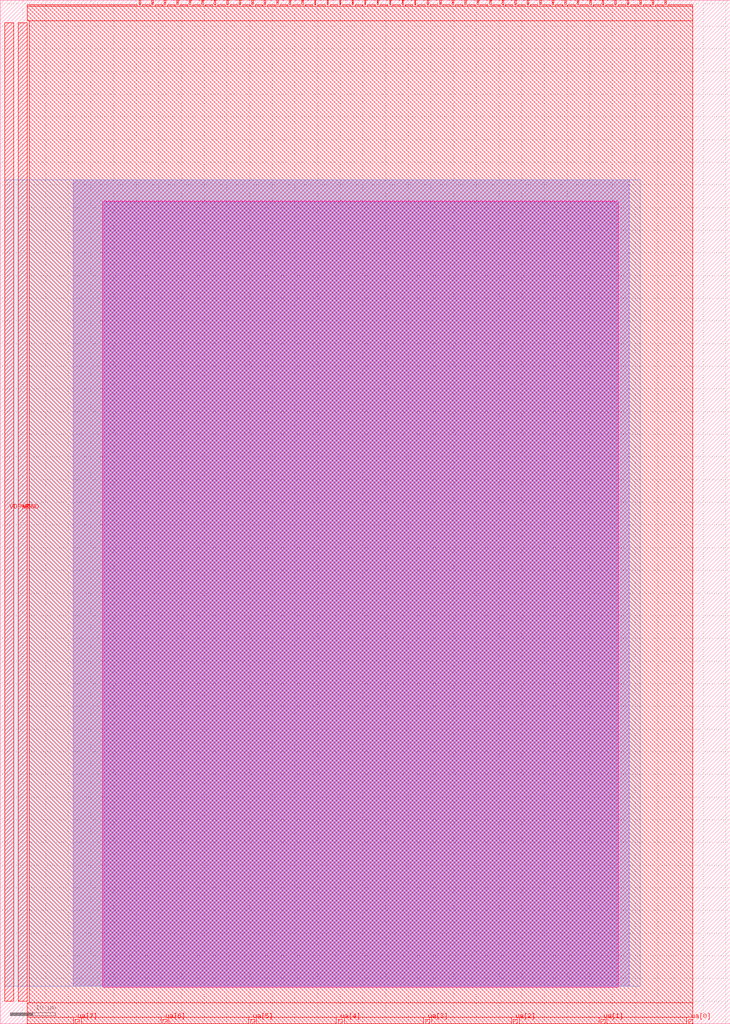
<source format=lef>
VERSION 5.7 ;
  NOWIREEXTENSIONATPIN ON ;
  DIVIDERCHAR "/" ;
  BUSBITCHARS "[]" ;
MACRO tt_um_Onchip_RCO
  CLASS BLOCK ;
  FOREIGN tt_um_Onchip_RCO ;
  ORIGIN 0.000 0.000 ;
  SIZE 161.000 BY 225.760 ;
  PIN clk
    PORT
      LAYER met4 ;
        RECT 143.830 224.760 144.130 225.760 ;
    END
  END clk
  PIN ena
    PORT
      LAYER met4 ;
        RECT 146.590 224.760 146.890 225.760 ;
    END
  END ena
  PIN rst_n
    PORT
      LAYER met4 ;
        RECT 141.070 224.760 141.370 225.760 ;
    END
  END rst_n
  PIN ua[0]
    ANTENNAGATEAREA 4.200000 ;
    PORT
      LAYER met4 ;
        RECT 151.810 0.000 152.710 1.000 ;
    END
  END ua[0]
  PIN ua[2]
    PORT
      LAYER met4 ;
        RECT 113.170 0.000 114.070 1.000 ;
    END
  END ua[2]
  PIN ua[3]
    PORT
      LAYER met4 ;
        RECT 93.850 0.000 94.750 1.000 ;
    END
  END ua[3]
  PIN ua[4]
    PORT
      LAYER met4 ;
        RECT 74.530 0.000 75.430 1.000 ;
    END
  END ua[4]
  PIN ua[5]
    PORT
      LAYER met4 ;
        RECT 55.210 0.000 56.110 1.000 ;
    END
  END ua[5]
  PIN ua[6]
    PORT
      LAYER met4 ;
        RECT 35.890 0.000 36.790 1.000 ;
    END
  END ua[6]
  PIN ua[7]
    PORT
      LAYER met4 ;
        RECT 16.570 0.000 17.470 1.000 ;
    END
  END ua[7]
  PIN ui_in[0]
    ANTENNAGATEAREA 2.100000 ;
    PORT
      LAYER met4 ;
        RECT 138.310 224.760 138.610 225.760 ;
    END
  END ui_in[0]
  PIN ui_in[1]
    PORT
      LAYER met4 ;
        RECT 135.550 224.760 135.850 225.760 ;
    END
  END ui_in[1]
  PIN ui_in[2]
    PORT
      LAYER met4 ;
        RECT 132.790 224.760 133.090 225.760 ;
    END
  END ui_in[2]
  PIN ui_in[3]
    PORT
      LAYER met4 ;
        RECT 130.030 224.760 130.330 225.760 ;
    END
  END ui_in[3]
  PIN ui_in[4]
    PORT
      LAYER met4 ;
        RECT 127.270 224.760 127.570 225.760 ;
    END
  END ui_in[4]
  PIN ui_in[5]
    PORT
      LAYER met4 ;
        RECT 124.510 224.760 124.810 225.760 ;
    END
  END ui_in[5]
  PIN ui_in[6]
    PORT
      LAYER met4 ;
        RECT 121.750 224.760 122.050 225.760 ;
    END
  END ui_in[6]
  PIN ui_in[7]
    PORT
      LAYER met4 ;
        RECT 118.990 224.760 119.290 225.760 ;
    END
  END ui_in[7]
  PIN uio_in[0]
    PORT
      LAYER met4 ;
        RECT 116.230 224.760 116.530 225.760 ;
    END
  END uio_in[0]
  PIN uio_in[1]
    PORT
      LAYER met4 ;
        RECT 113.470 224.760 113.770 225.760 ;
    END
  END uio_in[1]
  PIN uio_in[2]
    PORT
      LAYER met4 ;
        RECT 110.710 224.760 111.010 225.760 ;
    END
  END uio_in[2]
  PIN uio_in[3]
    PORT
      LAYER met4 ;
        RECT 107.950 224.760 108.250 225.760 ;
    END
  END uio_in[3]
  PIN uio_in[4]
    PORT
      LAYER met4 ;
        RECT 105.190 224.760 105.490 225.760 ;
    END
  END uio_in[4]
  PIN uio_in[5]
    PORT
      LAYER met4 ;
        RECT 102.430 224.760 102.730 225.760 ;
    END
  END uio_in[5]
  PIN uio_in[6]
    PORT
      LAYER met4 ;
        RECT 99.670 224.760 99.970 225.760 ;
    END
  END uio_in[6]
  PIN uio_in[7]
    PORT
      LAYER met4 ;
        RECT 96.910 224.760 97.210 225.760 ;
    END
  END uio_in[7]
  PIN uio_oe[0]
    ANTENNAGATEAREA 9.450000 ;
    ANTENNADIFFAREA 16.455999 ;
    PORT
      LAYER met4 ;
        RECT 49.990 224.760 50.290 225.760 ;
    END
  END uio_oe[0]
  PIN uio_oe[1]
    ANTENNAGATEAREA 9.450000 ;
    ANTENNADIFFAREA 16.455999 ;
    PORT
      LAYER met4 ;
        RECT 47.230 224.760 47.530 225.760 ;
    END
  END uio_oe[1]
  PIN uio_oe[2]
    ANTENNAGATEAREA 9.450000 ;
    ANTENNADIFFAREA 16.455999 ;
    PORT
      LAYER met4 ;
        RECT 44.470 224.760 44.770 225.760 ;
    END
  END uio_oe[2]
  PIN uio_oe[3]
    ANTENNAGATEAREA 9.450000 ;
    ANTENNADIFFAREA 16.455999 ;
    PORT
      LAYER met4 ;
        RECT 41.710 224.760 42.010 225.760 ;
    END
  END uio_oe[3]
  PIN uio_oe[4]
    ANTENNAGATEAREA 9.450000 ;
    ANTENNADIFFAREA 16.455999 ;
    PORT
      LAYER met4 ;
        RECT 38.950 224.760 39.250 225.760 ;
    END
  END uio_oe[4]
  PIN uio_oe[5]
    ANTENNAGATEAREA 9.450000 ;
    ANTENNADIFFAREA 16.455999 ;
    PORT
      LAYER met4 ;
        RECT 36.190 224.760 36.490 225.760 ;
    END
  END uio_oe[5]
  PIN uio_oe[6]
    ANTENNAGATEAREA 9.450000 ;
    ANTENNADIFFAREA 16.455999 ;
    PORT
      LAYER met4 ;
        RECT 33.430 224.760 33.730 225.760 ;
    END
  END uio_oe[6]
  PIN uio_oe[7]
    ANTENNAGATEAREA 9.450000 ;
    ANTENNADIFFAREA 16.455999 ;
    PORT
      LAYER met4 ;
        RECT 30.670 224.760 30.970 225.760 ;
    END
  END uio_oe[7]
  PIN uio_out[0]
    ANTENNAGATEAREA 9.450000 ;
    ANTENNADIFFAREA 16.455999 ;
    PORT
      LAYER met4 ;
        RECT 72.070 224.760 72.370 225.760 ;
    END
  END uio_out[0]
  PIN uio_out[1]
    ANTENNAGATEAREA 9.450000 ;
    ANTENNADIFFAREA 16.455999 ;
    PORT
      LAYER met4 ;
        RECT 69.310 224.760 69.610 225.760 ;
    END
  END uio_out[1]
  PIN uio_out[2]
    ANTENNAGATEAREA 9.450000 ;
    ANTENNADIFFAREA 16.455999 ;
    PORT
      LAYER met4 ;
        RECT 66.550 224.760 66.850 225.760 ;
    END
  END uio_out[2]
  PIN uio_out[3]
    ANTENNAGATEAREA 9.450000 ;
    ANTENNADIFFAREA 16.455999 ;
    PORT
      LAYER met4 ;
        RECT 63.790 224.760 64.090 225.760 ;
    END
  END uio_out[3]
  PIN uio_out[4]
    ANTENNAGATEAREA 9.450000 ;
    ANTENNADIFFAREA 16.455999 ;
    PORT
      LAYER met4 ;
        RECT 61.030 224.760 61.330 225.760 ;
    END
  END uio_out[4]
  PIN uio_out[5]
    ANTENNAGATEAREA 9.450000 ;
    ANTENNADIFFAREA 16.455999 ;
    PORT
      LAYER met4 ;
        RECT 58.270 224.760 58.570 225.760 ;
    END
  END uio_out[5]
  PIN uio_out[6]
    ANTENNAGATEAREA 9.450000 ;
    ANTENNADIFFAREA 16.455999 ;
    PORT
      LAYER met4 ;
        RECT 55.510 224.760 55.810 225.760 ;
    END
  END uio_out[6]
  PIN uio_out[7]
    ANTENNAGATEAREA 9.450000 ;
    ANTENNADIFFAREA 16.455999 ;
    PORT
      LAYER met4 ;
        RECT 52.750 224.760 53.050 225.760 ;
    END
  END uio_out[7]
  PIN uo_out[0]
    ANTENNAGATEAREA 9.450000 ;
    ANTENNADIFFAREA 16.455999 ;
    PORT
      LAYER met4 ;
        RECT 94.150 224.760 94.450 225.760 ;
    END
  END uo_out[0]
  PIN uo_out[1]
    ANTENNAGATEAREA 9.450000 ;
    ANTENNADIFFAREA 16.455999 ;
    PORT
      LAYER met4 ;
        RECT 91.390 224.760 91.690 225.760 ;
    END
  END uo_out[1]
  PIN uo_out[2]
    ANTENNAGATEAREA 9.450000 ;
    ANTENNADIFFAREA 16.455999 ;
    PORT
      LAYER met4 ;
        RECT 88.630 224.760 88.930 225.760 ;
    END
  END uo_out[2]
  PIN uo_out[3]
    ANTENNAGATEAREA 9.450000 ;
    ANTENNADIFFAREA 16.455999 ;
    PORT
      LAYER met4 ;
        RECT 85.870 224.760 86.170 225.760 ;
    END
  END uo_out[3]
  PIN uo_out[4]
    ANTENNAGATEAREA 9.450000 ;
    ANTENNADIFFAREA 16.455999 ;
    PORT
      LAYER met4 ;
        RECT 83.110 224.760 83.410 225.760 ;
    END
  END uo_out[4]
  PIN uo_out[5]
    ANTENNAGATEAREA 9.450000 ;
    ANTENNADIFFAREA 16.455999 ;
    PORT
      LAYER met4 ;
        RECT 80.350 224.760 80.650 225.760 ;
    END
  END uo_out[5]
  PIN uo_out[6]
    ANTENNAGATEAREA 9.450000 ;
    ANTENNADIFFAREA 16.455999 ;
    PORT
      LAYER met4 ;
        RECT 77.590 224.760 77.890 225.760 ;
    END
  END uo_out[6]
  PIN uo_out[7]
    ANTENNAGATEAREA 9.450000 ;
    ANTENNADIFFAREA 16.455999 ;
    PORT
      LAYER met4 ;
        RECT 74.830 224.760 75.130 225.760 ;
    END
  END uo_out[7]
  PIN VDPWR
    ANTENNAGATEAREA 15.400000 ;
    ANTENNADIFFAREA 24.855999 ;
    PORT
      LAYER met4 ;
        RECT 1.000 5.000 3.000 220.760 ;
    END
  END VDPWR
  PIN VGND
    USE GROUND ;
    PORT
      LAYER met4 ;
        RECT 4.000 5.000 6.000 220.760 ;
    END
  END VGND
  PIN ua[1]
    ANTENNADIFFAREA 1.800000 ;
    PORT
      LAYER met4 ;
        RECT 132.490 0.000 133.390 1.000 ;
    END
  END ua[1]
  OBS
      LAYER nwell ;
        RECT 22.600 8.050 136.345 181.450 ;
      LAYER li1 ;
        RECT 22.910 8.230 135.975 181.140 ;
      LAYER met1 ;
        RECT 16.060 8.230 138.760 186.160 ;
      LAYER met2 ;
        RECT 16.060 8.230 138.760 186.160 ;
      LAYER met3 ;
        RECT 1.000 8.230 141.145 186.160 ;
      LAYER met4 ;
        RECT 6.000 224.360 30.270 224.760 ;
        RECT 31.370 224.360 33.030 224.760 ;
        RECT 34.130 224.360 35.790 224.760 ;
        RECT 36.890 224.360 38.550 224.760 ;
        RECT 39.650 224.360 41.310 224.760 ;
        RECT 42.410 224.360 44.070 224.760 ;
        RECT 45.170 224.360 46.830 224.760 ;
        RECT 47.930 224.360 49.590 224.760 ;
        RECT 50.690 224.360 52.350 224.760 ;
        RECT 53.450 224.360 55.110 224.760 ;
        RECT 56.210 224.360 57.870 224.760 ;
        RECT 58.970 224.360 60.630 224.760 ;
        RECT 61.730 224.360 63.390 224.760 ;
        RECT 64.490 224.360 66.150 224.760 ;
        RECT 67.250 224.360 68.910 224.760 ;
        RECT 70.010 224.360 71.670 224.760 ;
        RECT 72.770 224.360 74.430 224.760 ;
        RECT 75.530 224.360 77.190 224.760 ;
        RECT 78.290 224.360 79.950 224.760 ;
        RECT 81.050 224.360 82.710 224.760 ;
        RECT 83.810 224.360 85.470 224.760 ;
        RECT 86.570 224.360 88.230 224.760 ;
        RECT 89.330 224.360 90.990 224.760 ;
        RECT 92.090 224.360 93.750 224.760 ;
        RECT 94.850 224.360 96.510 224.760 ;
        RECT 97.610 224.360 99.270 224.760 ;
        RECT 100.370 224.360 102.030 224.760 ;
        RECT 103.130 224.360 104.790 224.760 ;
        RECT 105.890 224.360 107.550 224.760 ;
        RECT 108.650 224.360 110.310 224.760 ;
        RECT 111.410 224.360 113.070 224.760 ;
        RECT 114.170 224.360 115.830 224.760 ;
        RECT 116.930 224.360 118.590 224.760 ;
        RECT 119.690 224.360 121.350 224.760 ;
        RECT 122.450 224.360 124.110 224.760 ;
        RECT 125.210 224.360 126.870 224.760 ;
        RECT 127.970 224.360 129.630 224.760 ;
        RECT 130.730 224.360 132.390 224.760 ;
        RECT 133.490 224.360 135.150 224.760 ;
        RECT 136.250 224.360 137.910 224.760 ;
        RECT 139.010 224.360 140.670 224.760 ;
        RECT 141.770 224.360 143.430 224.760 ;
        RECT 144.530 224.360 146.190 224.760 ;
        RECT 147.290 224.360 152.715 224.760 ;
        RECT 6.000 221.160 152.715 224.360 ;
        RECT 6.400 4.600 152.715 221.160 ;
        RECT 6.000 1.400 152.715 4.600 ;
        RECT 6.000 0.000 16.170 1.400 ;
        RECT 17.870 0.000 35.490 1.400 ;
        RECT 37.190 0.000 54.810 1.400 ;
        RECT 56.510 0.000 74.130 1.400 ;
        RECT 75.830 0.000 93.450 1.400 ;
        RECT 95.150 0.000 112.770 1.400 ;
        RECT 114.470 0.000 132.090 1.400 ;
        RECT 133.790 0.000 151.410 1.400 ;
  END
END tt_um_Onchip_RCO
END LIBRARY


</source>
